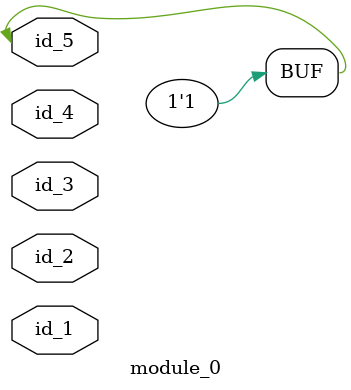
<source format=v>
`define pp_5 0
module module_0 (
    id_1,
    id_2,
    id_3,
    id_4,
    id_5
);
  inout id_5;
  input id_4;
  inout id_3;
  input id_2;
  input id_1;
  assign id_5 = 1;
endmodule

</source>
